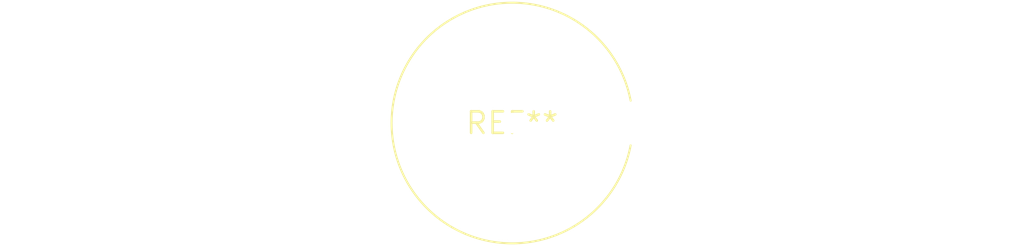
<source format=kicad_pcb>
(kicad_pcb (version 20240108) (generator pcbnew)
  (layers (0 "F.Cu" signal) (31 "B.Cu" signal) (34 "B.Paste" user) (35 "F.Paste" user) (36 "B.SilkS" user "B.Silkscreen") (37 "F.SilkS" user "F.Silkscreen") (38 "B.Mask" user) (39 "F.Mask" user) (44 "Edge.Cuts" user))
  (net 0 "")
  (footprint "L_Axial_L26.7mm_D14.0mm_P7.62mm_Vertical_Vishay_IHA-104" (layer "F.Cu") (at 0 0)
    (property "Reference" "REF**")
    (property "Value" "L_Axial_L26.7mm_D14.0mm_P7.62mm_Vertical_Vishay_IHA-104")
    (fp_arc (start 6.981305 1.32) (mid -7.105 0) (end 6.981305 -1.32) (layer "F.SilkS") (stroke (width 0.12)))
    (pad "1" thru_hole circle (at 0 0) (size 2.4 2.4) (drill 1.2) (layers *.Cu *.Mask) (remove_unused_layers))
    (pad "2" thru_hole oval (at 7.62 0) (size 2.4 2.4) (drill 1.2) (layers *.Cu *.Mask) (remove_unused_layers))
  )
)
</source>
